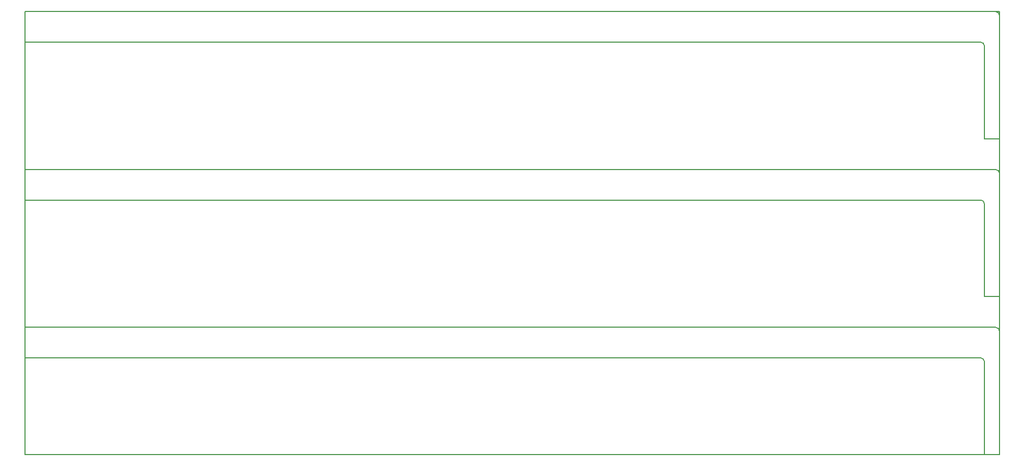
<source format=gko>
G04*
G04 #@! TF.GenerationSoftware,Altium Limited,Altium Designer,19.0.12 (326)*
G04*
G04 Layer_Color=16711935*
%FSLAX44Y44*%
%MOMM*%
G71*
G01*
G75*
%ADD21C,0.1270*%
D21*
X0Y721000D02*
X1584500D01*
X0Y0D02*
X1584500D01*
Y721000D01*
X0Y0D02*
Y721000D01*
X1584500Y714640D02*
G03*
X1578140Y721000I-6360J0D01*
G01*
X1559500Y666000D02*
G03*
X1554500Y671000I-5000J0D01*
G01*
X0Y721000D02*
X1474500D01*
X0Y671000D02*
X1554500D01*
X1474500Y721000D02*
X1559500D01*
Y514000D02*
X1584500D01*
Y714640D01*
X1559500Y514000D02*
Y666000D01*
X0Y671000D02*
Y721000D01*
X1559500D02*
X1578140D01*
X1554500Y671000D02*
X1554500D01*
X1584500Y457640D02*
G03*
X1578140Y464000I-6360J0D01*
G01*
X1559500Y409000D02*
G03*
X1554500Y414000I-5000J0D01*
G01*
X0Y464000D02*
X1474500D01*
X0Y414000D02*
X1554500D01*
X1474500Y464000D02*
X1559500D01*
Y257000D02*
X1584500D01*
Y457640D01*
X1559500Y257000D02*
Y409000D01*
X0Y414000D02*
Y464000D01*
X1559500D02*
X1578140D01*
X1554500Y414000D02*
X1554500D01*
X1584500Y200640D02*
G03*
X1578140Y207000I-6360J0D01*
G01*
X1559500Y152000D02*
G03*
X1554500Y157000I-5000J0D01*
G01*
X0Y207000D02*
X1474500D01*
X0Y157000D02*
X1554500D01*
X1474500Y207000D02*
X1559500D01*
Y0D02*
X1584500D01*
Y200640D01*
X1559500Y0D02*
Y152000D01*
X0Y157000D02*
Y207000D01*
X1559500D02*
X1578140D01*
X1554500Y157000D02*
X1554500D01*
X1559500Y666000D02*
G03*
X1554500Y671000I-5000J0D01*
G01*
X1584500Y714640D02*
G03*
X1578140Y721000I-6360J0D01*
G01*
X0Y671000D02*
Y721000D01*
Y671000D02*
X1554500D01*
X0Y721000D02*
X1474500D01*
X1559500D01*
Y514000D02*
Y666000D01*
X1554500Y671000D02*
X1554500D01*
X1559500Y721000D02*
X1578140D01*
X1584500Y514000D02*
Y714640D01*
X1559500Y514000D02*
X1584500D01*
X1559500Y409000D02*
G03*
X1554500Y414000I-5000J0D01*
G01*
X1584500Y457640D02*
G03*
X1578140Y464000I-6360J0D01*
G01*
X0Y414000D02*
Y464000D01*
Y414000D02*
X1554500D01*
X0Y464000D02*
X1474500D01*
X1559500D01*
Y257000D02*
Y409000D01*
X1554500Y414000D02*
X1554500D01*
X1559500Y464000D02*
X1578140D01*
X1584500Y257000D02*
Y457640D01*
X1559500Y257000D02*
X1584500D01*
X1559500Y152000D02*
G03*
X1554500Y157000I-5000J0D01*
G01*
X1584500Y200640D02*
G03*
X1578140Y207000I-6360J0D01*
G01*
X0Y157000D02*
Y207000D01*
Y157000D02*
X1554500D01*
X0Y207000D02*
X1474500D01*
X1559500D01*
Y0D02*
Y152000D01*
X1554500Y157000D02*
X1554500D01*
X1559500Y207000D02*
X1578140D01*
X1584500Y0D02*
Y200640D01*
X1559500Y0D02*
X1584500D01*
M02*

</source>
